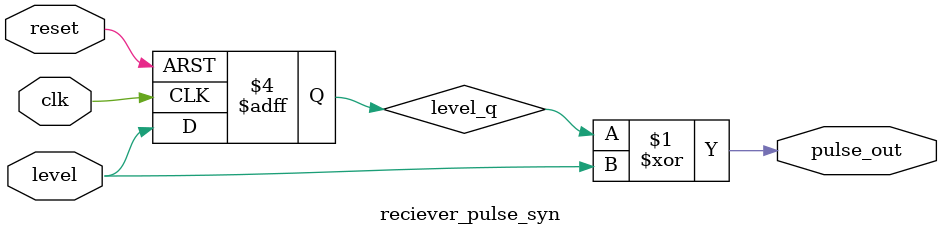
<source format=sv>
module sender_pulse_syn(
    input clk,reset,
    input pulse_in,
    output logic level
);
    logic level_next;
    logic pulse_edge;
    logic pulse_temp;

    assign pulse_edge = ~pulse_temp & pulse_in;//sensitive to posedge
    assign level_next = pulse_edge ^ level;

    always_ff@(posedge clk, posedge reset)
    begin
        if (reset == 1)
        begin
            pulse_temp <= 0;
            level      <= 0; 
        end
        else
        begin
            pulse_temp <= pulse_in;
            level      <= level_next;
        end
    end
endmodule

module reciever_pulse_syn(
    input clk,reset,
    input level,
    output logic pulse_out
);
    logic level_q;
    assign pulse_out = level_q ^ level;
    always_ff@(posedge clk, posedge reset)
    begin
        if (reset == 1)
            level_q      <= 0; 
        else
            level_q      <= level;
    end
endmodule
</source>
